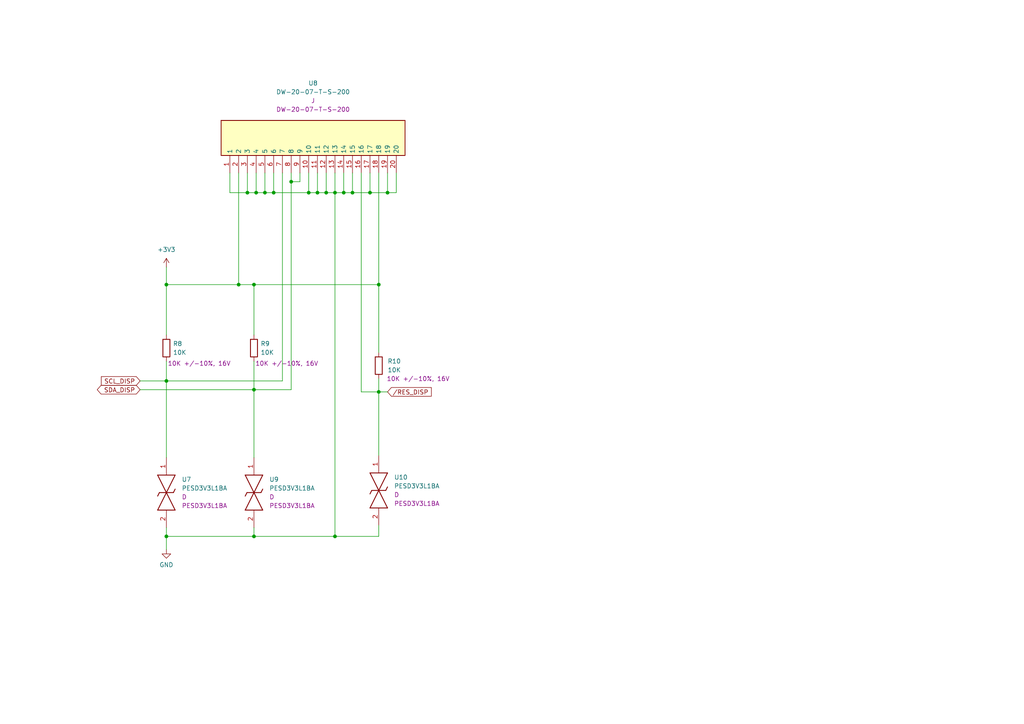
<source format=kicad_sch>
(kicad_sch (version 20250114) (generator "eeschema") (generator_version "9.0")
  (paper "A4")
  (lib_symbols
    (symbol "DW-20-07-T-S-200:DW-20-07-T-S-200"
      (property "Value" "DW-20-07-T-S-200" (at 0 0 0))
      (property "Reference_1" "J" (at 16.51 7.62 0))
      (property "Value_1" "DW-20-07-T-S-200" (at 16.51 5.08 0))
      (symbol "DW-20-07-T-S-200_1_1"
        (rectangle (start 5.08 2.54) (end 15.24 -50.8) (stroke (width 0.254)) (fill (type background)))
        (pin passive line (at 0 0 0) (length 5.08) (name "1") (number "1"))
        (pin passive line (at 0 -2.54 0) (length 5.08) (name "2") (number "2"))
        (pin passive line (at 0 -5.08 0) (length 5.08) (name "3") (number "3"))
        (pin passive line (at 0 -7.62 0) (length 5.08) (name "4") (number "4"))
        (pin passive line (at 0 -10.16 0) (length 5.08) (name "5") (number "5"))
        (pin passive line (at 0 -12.7 0) (length 5.08) (name "6") (number "6"))
        (pin passive line (at 0 -15.24 0) (length 5.08) (name "7") (number "7"))
        (pin passive line (at 0 -17.78 0) (length 5.08) (name "8") (number "8"))
        (pin passive line (at 0 -20.32 0) (length 5.08) (name "9") (number "9"))
        (pin passive line (at 0 -22.86 0) (length 5.08) (name "10") (number "10"))
        (pin passive line (at 0 -25.4 0) (length 5.08) (name "11") (number "11"))
        (pin passive line (at 0 -27.94 0) (length 5.08) (name "12") (number "12"))
        (pin passive line (at 0 -30.48 0) (length 5.08) (name "13") (number "13"))
        (pin passive line (at 0 -33.02 0) (length 5.08) (name "14") (number "14"))
        (pin passive line (at 0 -35.56 0) (length 5.08) (name "15") (number "15"))
        (pin passive line (at 0 -38.1 0) (length 5.08) (name "16") (number "16"))
        (pin passive line (at 0 -40.64 0) (length 5.08) (name "17") (number "17"))
        (pin passive line (at 0 -43.18 0) (length 5.08) (name "18") (number "18"))
        (pin passive line (at 0 -45.72 0) (length 5.08) (name "19") (number "19"))
        (pin passive line (at 0 -48.26 0) (length 5.08) (name "20") (number "20"))
      )
    )
    (symbol "Device:R" (pin_numbers (hide yes)) (pin_names (offset 0))
      (property "Reference" "R" (at 2.032 0 90))
      (property "Value" "R" (at 0 0 90))
      (symbol "R_0_1"
        (rectangle (start -1.016 -2.54) (end 1.016 2.54) (stroke (width 0.254)))
      )
      (symbol "R_1_1"
        (pin passive line (at 0 3.81 270) (length 1.27) (name "~") (number "1"))
        (pin passive line (at 0 -3.81 90) (length 1.27) (name "~") (number "2"))
      )
    )
    (symbol "PESD3V3L1BA:PESD3V3L1BA" (pin_names (hide yes))
      (property "Value" "PESD3V3L1BA" (at 0 0 0))
      (property "Reference_1" "D" (at 12.7 8.89 0))
      (property "Value_1" "PESD3V3L1BA" (at 12.7 6.35 0))
      (symbol "PESD3V3L1BA_1_1"
        (polyline (pts (xy 5.08 2.54) (xy 5.08 -2.54)) (stroke (width 0.254)))
        (polyline (pts (xy 5.08 2.54) (xy 10.16 0)) (stroke (width 0.254)))
        (polyline (pts (xy 9.144 2.54) (xy 10.16 2.032)) (stroke (width 0.254)))
        (polyline (pts (xy 10.16 0) (xy 5.08 -2.54)) (stroke (width 0.254)))
        (polyline (pts (xy 10.16 0) (xy 15.24 -2.54)) (stroke (width 0.254)))
        (polyline (pts (xy 10.16 -2.032) (xy 10.16 2.032)) (stroke (width 0.254)))
        (polyline (pts (xy 10.16 -2.032) (xy 11.176 -2.54)) (stroke (width 0.254)))
        (polyline (pts (xy 15.24 2.54) (xy 10.16 0)) (stroke (width 0.254)))
        (polyline (pts (xy 15.24 2.54) (xy 15.24 -2.54)) (stroke (width 0.254)))
        (pin passive line (at 0 0 0) (length 5.08) (name "1") (number "1"))
        (pin passive line (at 20.32 0 180) (length 5.08) (name "2") (number "2"))
      )
    )
    (symbol "power:+3.3V" (power) (pin_names (offset 0))
      (property "Value" "+3.3V" (at 0 3.556 0))
      (symbol "+3.3V_0_1"
        (polyline (pts (xy -0.762 1.27) (xy 0 2.54)))
        (polyline (pts (xy 0 2.54) (xy 0.762 1.27)))
        (polyline (pts (xy 0 0) (xy 0 2.54)))
      )
      (symbol "+3.3V_1_1"
        (pin power_in line (at 0 0 90) (length 0) (hide yes) (name "+3V3") (number "1"))
      )
    )
    (symbol "power:GND" (power) (pin_names (offset 0))
      (property "Value" "GND" (at 0 -3.81 0))
      (symbol "GND_0_1"
        (polyline (pts (xy 0 0) (xy 0 -1.27) (xy 1.27 -1.27) (xy 0 -2.54) (xy -1.27 -1.27) (xy 0 -1.27)))
      )
      (symbol "GND_1_1"
        (pin power_in line (at 0 0 270) (length 0) (hide yes) (name "GND") (number "1"))
      )
    )
  )
  (junction (at 48.26 110.49))
  (junction (at 79.375 55.88))
  (junction (at 109.855 113.665))
  (junction (at 97.155 155.575))
  (junction (at 48.26 155.575))
  (junction (at 102.235 55.88))
  (junction (at 48.26 82.55))
  (junction (at 73.66 82.55))
  (junction (at 74.295 55.88))
  (junction (at 73.66 113.03))
  (junction (at 97.155 55.88))
  (junction (at 84.455 52.705))
  (junction (at 94.615 55.88))
  (junction (at 69.215 82.55))
  (junction (at 92.075 55.88))
  (junction (at 109.855 82.55))
  (junction (at 112.395 55.88))
  (junction (at 71.755 55.88))
  (junction (at 89.535 55.88))
  (junction (at 73.66 155.575))
  (junction (at 76.835 55.88))
  (junction (at 107.315 55.88))
  (junction (at 99.695 55.88))
  (wire (pts (xy 112.395 55.88) (xy 114.935 55.88)))
  (wire (pts (xy 109.855 113.665) (xy 112.395 113.665)))
  (wire (pts (xy 92.075 55.88) (xy 94.615 55.88)))
  (wire (pts (xy 48.26 82.55) (xy 69.215 82.55)))
  (wire (pts (xy 48.26 110.49) (xy 48.26 132.715)))
  (wire (pts (xy 79.375 55.88) (xy 89.535 55.88)))
  (wire (pts (xy 86.995 50.165) (xy 86.995 52.705)))
  (wire (pts (xy 48.26 153.035) (xy 48.26 155.575)))
  (wire (pts (xy 89.535 50.165) (xy 89.535 55.88)))
  (wire (pts (xy 86.995 52.705) (xy 84.455 52.705)))
  (wire (pts (xy 97.155 155.575) (xy 109.855 155.575)))
  (wire (pts (xy 104.775 113.665) (xy 109.855 113.665)))
  (wire (pts (xy 109.855 82.55) (xy 109.855 102.235)))
  (wire (pts (xy 48.26 155.575) (xy 48.26 159.385)))
  (wire (pts (xy 112.395 50.165) (xy 112.395 55.88)))
  (wire (pts (xy 94.615 55.88) (xy 97.155 55.88)))
  (wire (pts (xy 94.615 50.165) (xy 94.615 55.88)))
  (wire (pts (xy 99.695 55.88) (xy 102.235 55.88)))
  (wire (pts (xy 107.315 55.88) (xy 112.395 55.88)))
  (wire (pts (xy 79.375 50.165) (xy 79.375 55.88)))
  (wire (pts (xy 48.26 155.575) (xy 73.66 155.575)))
  (wire (pts (xy 89.535 55.88) (xy 92.075 55.88)))
  (wire (pts (xy 66.675 55.88) (xy 71.755 55.88)))
  (wire (pts (xy 74.295 55.88) (xy 76.835 55.88)))
  (wire (pts (xy 76.835 55.88) (xy 79.375 55.88)))
  (wire (pts (xy 92.075 50.165) (xy 92.075 55.88)))
  (wire (pts (xy 74.295 50.165) (xy 74.295 55.88)))
  (wire (pts (xy 97.155 50.165) (xy 97.155 55.88)))
  (wire (pts (xy 97.155 55.88) (xy 97.155 155.575)))
  (wire (pts (xy 71.755 50.165) (xy 71.755 55.88)))
  (wire (pts (xy 73.66 104.775) (xy 73.66 113.03)))
  (wire (pts (xy 73.66 82.55) (xy 109.855 82.55)))
  (wire (pts (xy 73.66 82.55) (xy 73.66 97.155)))
  (wire (pts (xy 102.235 50.165) (xy 102.235 55.88)))
  (wire (pts (xy 73.66 113.03) (xy 73.66 132.715)))
  (wire (pts (xy 73.66 113.03) (xy 84.455 113.03)))
  (wire (pts (xy 97.155 55.88) (xy 99.695 55.88)))
  (wire (pts (xy 69.215 50.165) (xy 69.215 82.55)))
  (wire (pts (xy 73.66 155.575) (xy 97.155 155.575)))
  (wire (pts (xy 107.315 50.165) (xy 107.315 55.88)))
  (wire (pts (xy 104.775 50.165) (xy 104.775 113.665)))
  (wire (pts (xy 73.66 153.035) (xy 73.66 155.575)))
  (wire (pts (xy 66.675 50.165) (xy 66.675 55.88)))
  (wire (pts (xy 99.695 50.165) (xy 99.695 55.88)))
  (wire (pts (xy 84.455 50.165) (xy 84.455 52.705)))
  (wire (pts (xy 40.64 113.03) (xy 73.66 113.03)))
  (wire (pts (xy 40.64 110.49) (xy 48.26 110.49)))
  (wire (pts (xy 81.915 50.165) (xy 81.915 110.49)))
  (wire (pts (xy 102.235 55.88) (xy 107.315 55.88)))
  (wire (pts (xy 69.215 82.55) (xy 73.66 82.55)))
  (wire (pts (xy 71.755 55.88) (xy 74.295 55.88)))
  (wire (pts (xy 84.455 52.705) (xy 84.455 113.03)))
  (wire (pts (xy 48.26 77.47) (xy 48.26 82.55)))
  (wire (pts (xy 76.835 50.165) (xy 76.835 55.88)))
  (wire (pts (xy 109.855 109.855) (xy 109.855 113.665)))
  (wire (pts (xy 109.855 50.165) (xy 109.855 82.55)))
  (wire (pts (xy 48.26 82.55) (xy 48.26 97.155)))
  (wire (pts (xy 48.26 110.49) (xy 81.915 110.49)))
  (wire (pts (xy 114.935 50.165) (xy 114.935 55.88)))
  (wire (pts (xy 109.855 113.665) (xy 109.855 132.08)))
  (wire (pts (xy 48.26 104.775) (xy 48.26 110.49)))
  (wire (pts (xy 109.855 152.4) (xy 109.855 155.575)))
  (global_label "SDA_DISP" (shape bidirectional) (at 40.64 113.03 180) (property "Intersheetrefs" "${INTERSHEET_REFS}" (effects (hide yes))))
  (global_label "SCL_DISP" (shape input) (at 40.64 110.49 180) (property "Intersheetrefs" "${INTERSHEET_REFS}" (effects (hide yes))))
  (global_label "{slash}RES_DISP" (shape input) (at 112.395 113.665 0) (property "Intersheetrefs" "${INTERSHEET_REFS}" (effects (hide yes))))
  (symbol (lib_id "PESD3V3L1BA:PESD3V3L1BA") (at 73.66 132.715 270) (unit 1)
    (property "Reference" "U9" (at 78.105 139.0649 90) (effects (justify left)))
    (property "Value" "PESD3V3L1BA" (at 78.105 141.6049 90) (effects (justify left)))
    (property "Footprint" "PESD3V3L1BA:SOD2512X110N" (effects (hide yes)))
    (property "Datasheet" "https://4donline.ihs.com/images/VipMasterIC/IC/NEXP/NEXP-S-A0017909543/NEXP-S-A0017909561-1.pdf?hkey=EF798316E3902B6ED9A73243A3159BB0" (effects (hide yes)))
    (property "Reference_1" "D" (at 78.105 144.1449 90) (effects (justify left)))
    (property "Value_1" "PESD3V3L1BA" (at 78.105 146.6849 90) (effects (justify left)))
    (property "Footprint_1" "SOD2512X110N" (effects (hide yes)))
    (property "Datasheet_1" "https://datasheet.datasheetarchive.com/originals/distributors/Datasheets-26/DSA-502681.pdf" (effects (hide yes)))
    (property "Height" "1.1" (effects (hide yes)))
    (property "Manufacturer_Name" "Nexperia" (effects (hide yes)))
    (property "Manufacturer_Part_Number" "PESD3V3L1BA" (effects (hide yes)))
    (property "Mouser Part Number" "N/A" (effects (hide yes)))
    (property "Mouser Price/Stock" "https://www.mouser.co.uk/ProductDetail/Nexperia/PESD3V3L1BA?qs=vHuUswq2%252BswBNSPO0jzUyg%3D%3D" (effects (hide yes)))
  )
  (symbol (lib_id "Device:R") (at 109.855 106.045 0) (unit 1)
    (property "Reference" "R10" (at 112.395 104.7749 0) (effects (justify left)))
    (property "Value" "10K" (at 112.395 107.3149 0) (effects (justify left)))
    (property "Footprint" "Capacitor_SMD:C_0805_2012Metric" (effects (hide yes)))
    (property "Reference_1" "10K +/-10%, 16V" (at 121.285 109.855 0))
  )
  (symbol (lib_id "PESD3V3L1BA:PESD3V3L1BA") (at 109.855 132.08 270) (unit 1)
    (property "Reference" "U10" (at 114.3 138.4299 90) (effects (justify left)))
    (property "Value" "PESD3V3L1BA" (at 114.3 140.9699 90) (effects (justify left)))
    (property "Footprint" "PESD3V3L1BA:SOD2512X110N" (effects (hide yes)))
    (property "Datasheet" "https://4donline.ihs.com/images/VipMasterIC/IC/NEXP/NEXP-S-A0017909543/NEXP-S-A0017909561-1.pdf?hkey=EF798316E3902B6ED9A73243A3159BB0" (effects (hide yes)))
    (property "Reference_1" "D" (at 114.3 143.5099 90) (effects (justify left)))
    (property "Value_1" "PESD3V3L1BA" (at 114.3 146.0499 90) (effects (justify left)))
    (property "Footprint_1" "SOD2512X110N" (effects (hide yes)))
    (property "Datasheet_1" "https://datasheet.datasheetarchive.com/originals/distributors/Datasheets-26/DSA-502681.pdf" (effects (hide yes)))
    (property "Height" "1.1" (effects (hide yes)))
    (property "Manufacturer_Name" "Nexperia" (effects (hide yes)))
    (property "Manufacturer_Part_Number" "PESD3V3L1BA" (effects (hide yes)))
    (property "Mouser Part Number" "N/A" (effects (hide yes)))
    (property "Mouser Price/Stock" "https://www.mouser.co.uk/ProductDetail/Nexperia/PESD3V3L1BA?qs=vHuUswq2%252BswBNSPO0jzUyg%3D%3D" (effects (hide yes)))
  )
  (symbol (lib_id "power:+3.3V") (at 48.26 77.47 0) (unit 1)
    (property "Reference" "#PWR017" (effects (hide yes)))
    (property "Value" "+3V3" (at 48.26 72.39 0))
  )
  (symbol (lib_id "Device:R") (at 48.26 100.965 0) (unit 1)
    (property "Reference" "R8" (at 50.165 99.6949 0) (effects (justify left)))
    (property "Value" "10K" (at 50.165 102.2349 0) (effects (justify left)))
    (property "Footprint" "Capacitor_SMD:C_0805_2012Metric" (effects (hide yes)))
    (property "Reference_1" "10K +/-10%, 16V" (at 57.785 105.41 0))
  )
  (symbol (lib_id "power:GND") (at 48.26 159.385 0) (unit 1)
    (property "Reference" "#PWR018" (effects (hide yes)))
    (property "Value" "GND" (at 48.26 163.83 0))
  )
  (symbol (lib_id "DW-20-07-T-S-200:DW-20-07-T-S-200") (at 66.675 50.165 90) (unit 1)
    (property "Reference" "U8" (at 90.805 24.13 90))
    (property "Value" "DW-20-07-T-S-200" (at 90.805 26.67 90))
    (property "Footprint" "DW-20-07-T-S-200:HDRV20W64P0X254_1X20_5080X254X1067P" (effects (hide yes)))
    (property "Reference_1" "J" (at 90.805 29.21 90))
    (property "Value_1" "DW-20-07-T-S-200" (at 90.805 31.75 90))
    (property "Footprint_1" "HDRV20W64P0X254_1X20_5080X254X1067P" (effects (hide yes)))
    (property "Datasheet_1" "https://suddendocs.samtec.com/catalog_english/dw.pdf?_gl=1*17aw37r*_ga*NjgwNzAzNjcyLjE2MzU0ODc2NDg.*_ga_3KFNZC07WW*MTY2OTg5OTAxOC42My4xLjE2Njk4OTkwNTYuMjIuMC4w" (effects (hide yes)))
    (property "Height" "10.67" (effects (hide yes)))
    (property "Manufacturer_Name" "SAMTEC" (effects (hide yes)))
    (property "Manufacturer_Part_Number" "DW-20-08-T-S-270" (effects (hide yes)))
  )
  (symbol (lib_id "PESD3V3L1BA:PESD3V3L1BA") (at 48.26 132.715 270) (unit 1)
    (property "Reference" "U7" (at 52.705 139.0649 90) (effects (justify left)))
    (property "Value" "PESD3V3L1BA" (at 52.705 141.6049 90) (effects (justify left)))
    (property "Footprint" "PESD3V3L1BA:SOD2512X110N" (effects (hide yes)))
    (property "Datasheet" "https://4donline.ihs.com/images/VipMasterIC/IC/NEXP/NEXP-S-A0017909543/NEXP-S-A0017909561-1.pdf?hkey=EF798316E3902B6ED9A73243A3159BB0" (effects (hide yes)))
    (property "Reference_1" "D" (at 52.705 144.1449 90) (effects (justify left)))
    (property "Value_1" "PESD3V3L1BA" (at 52.705 146.6849 90) (effects (justify left)))
    (property "Footprint_1" "SOD2512X110N" (effects (hide yes)))
    (property "Datasheet_1" "https://datasheet.datasheetarchive.com/originals/distributors/Datasheets-26/DSA-502681.pdf" (effects (hide yes)))
    (property "Height" "1.1" (effects (hide yes)))
    (property "Manufacturer_Name" "Nexperia" (effects (hide yes)))
    (property "Manufacturer_Part_Number" "PESD3V3L1BA" (effects (hide yes)))
    (property "Mouser Part Number" "N/A" (effects (hide yes)))
    (property "Mouser Price/Stock" "https://www.mouser.co.uk/ProductDetail/Nexperia/PESD3V3L1BA?qs=vHuUswq2%252BswBNSPO0jzUyg%3D%3D" (effects (hide yes)))
  )
  (symbol (lib_id "Device:R") (at 73.66 100.965 0) (unit 1)
    (property "Reference" "R9" (at 75.565 99.6949 0) (effects (justify left)))
    (property "Value" "10K" (at 75.565 102.2349 0) (effects (justify left)))
    (property "Footprint" "Capacitor_SMD:C_0805_2012Metric" (effects (hide yes)))
    (property "Reference_1" "10K +/-10%, 16V" (at 83.185 105.41 0))
  )
)
</source>
